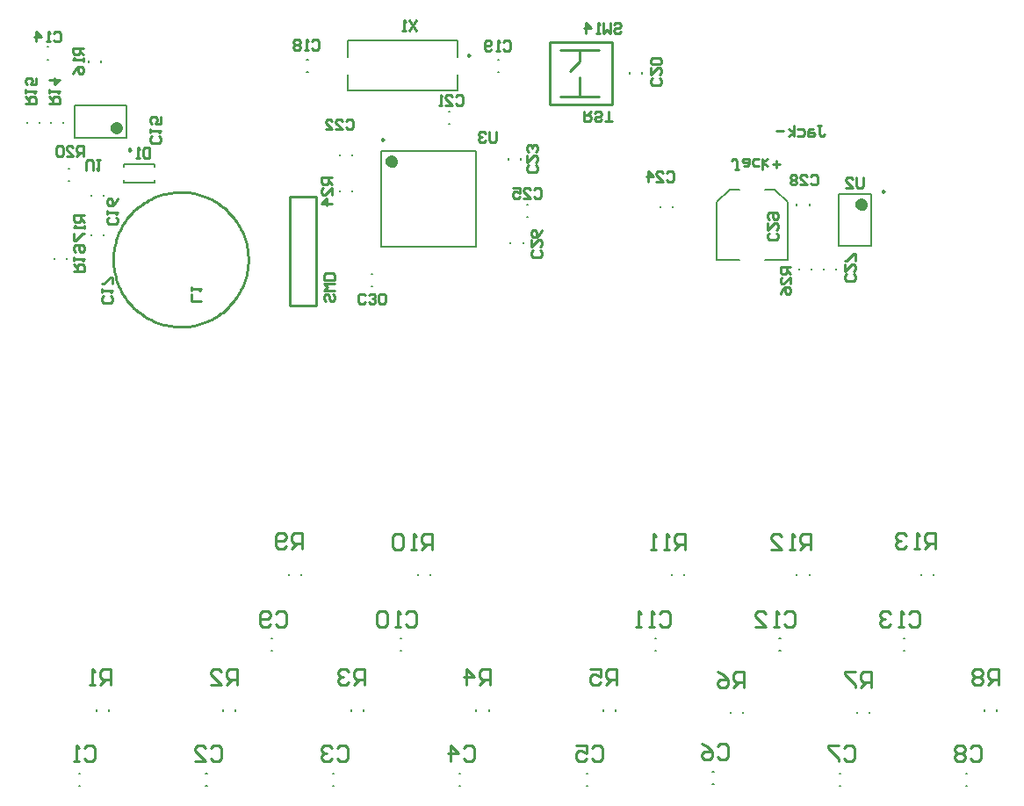
<source format=gbo>
G04 Layer_Color=32896*
%FSLAX25Y25*%
%MOIN*%
G70*
G01*
G75*
%ADD10C,0.01000*%
%ADD41C,0.00984*%
%ADD42C,0.02362*%
%ADD43C,0.00394*%
%ADD44C,0.00787*%
D10*
X289370Y263386D02*
X289351Y264384D01*
X289292Y265381D01*
X289195Y266375D01*
X289059Y267364D01*
X288884Y268348D01*
X288672Y269323D01*
X288421Y270290D01*
X288133Y271246D01*
X287808Y272190D01*
X287446Y273121D01*
X287048Y274037D01*
X286615Y274937D01*
X286147Y275819D01*
X285645Y276682D01*
X285109Y277525D01*
X284541Y278347D01*
X283942Y279145D01*
X283311Y279920D01*
X282651Y280669D01*
X281963Y281393D01*
X281246Y282088D01*
X280503Y282756D01*
X279735Y283393D01*
X278942Y284001D01*
X278126Y284577D01*
X277289Y285120D01*
X276430Y285631D01*
X275553Y286107D01*
X274657Y286549D01*
X273745Y286956D01*
X272818Y287327D01*
X271877Y287661D01*
X270924Y287959D01*
X269960Y288219D01*
X268986Y288441D01*
X268004Y288625D01*
X267017Y288771D01*
X266024Y288878D01*
X265027Y288946D01*
X264029Y288975D01*
X263031Y288965D01*
X262033Y288917D01*
X261038Y288829D01*
X260048Y288703D01*
X259063Y288538D01*
X258085Y288335D01*
X257116Y288094D01*
X256157Y287815D01*
X255210Y287499D01*
X254275Y287146D01*
X253356Y286757D01*
X252452Y286333D01*
X251565Y285873D01*
X250697Y285380D01*
X249849Y284852D01*
X249022Y284293D01*
X248217Y283701D01*
X247437Y283078D01*
X246681Y282426D01*
X245951Y281744D01*
X245248Y281034D01*
X244574Y280298D01*
X243929Y279536D01*
X243314Y278749D01*
X242730Y277939D01*
X242178Y277106D01*
X241659Y276253D01*
X241174Y275380D01*
X240723Y274489D01*
X240307Y273581D01*
X239928Y272658D01*
X239584Y271720D01*
X239277Y270770D01*
X239008Y269808D01*
X238776Y268837D01*
X238582Y267857D01*
X238427Y266870D01*
X238311Y265879D01*
X238233Y264883D01*
X238194Y263885D01*
Y262887D01*
X238233Y261889D01*
X238311Y260893D01*
X238427Y259901D01*
X238582Y258915D01*
X238776Y257935D01*
X239008Y256964D01*
X239277Y256002D01*
X239584Y255052D01*
X239928Y254114D01*
X240307Y253191D01*
X240723Y252283D01*
X241174Y251392D01*
X241659Y250519D01*
X242178Y249665D01*
X242730Y248833D01*
X243314Y248023D01*
X243929Y247236D01*
X244574Y246474D01*
X245248Y245737D01*
X245951Y245028D01*
X246681Y244346D01*
X247437Y243693D01*
X248217Y243071D01*
X249022Y242479D01*
X249849Y241919D01*
X250697Y241392D01*
X251565Y240898D01*
X252452Y240439D01*
X253356Y240015D01*
X254275Y239626D01*
X255210Y239273D01*
X256157Y238957D01*
X257116Y238678D01*
X258085Y238437D01*
X259063Y238234D01*
X260048Y238069D01*
X261038Y237943D01*
X262033Y237855D01*
X263030Y237806D01*
X264029Y237796D01*
X265027Y237826D01*
X266023Y237894D01*
X267016Y238001D01*
X268004Y238146D01*
X268986Y238331D01*
X269959Y238553D01*
X270924Y238813D01*
X271877Y239110D01*
X272818Y239445D01*
X273745Y239815D01*
X274657Y240222D01*
X275553Y240664D01*
X276430Y241141D01*
X277289Y241652D01*
X278126Y242195D01*
X278942Y242771D01*
X279735Y243378D01*
X280503Y244016D01*
X281246Y244683D01*
X281963Y245379D01*
X282651Y246102D01*
X283311Y246852D01*
X283942Y247626D01*
X284541Y248425D01*
X285109Y249246D01*
X285644Y250089D01*
X286147Y250953D01*
X286615Y251835D01*
X287048Y252734D01*
X287446Y253650D01*
X287808Y254581D01*
X288133Y255525D01*
X288421Y256482D01*
X288672Y257448D01*
X288884Y258424D01*
X289059Y259407D01*
X289195Y260397D01*
X289292Y261390D01*
X289351Y262387D01*
X289370Y263386D01*
X415059Y325197D02*
Y332579D01*
X411614Y335039D02*
X415059Y338484D01*
Y342913D01*
X407677Y325197D02*
X422441D01*
X407677Y342913D02*
X422441D01*
X403740Y322244D02*
Y345866D01*
Y322244D02*
X427362D01*
Y345866D01*
X403740D02*
X427362D01*
X305315Y245748D02*
X315158D01*
Y287087D01*
X305315D02*
X315158D01*
X305315Y245748D02*
Y287087D01*
X227027Y77781D02*
X228027Y78781D01*
X230026D01*
X231026Y77781D01*
Y73782D01*
X230026Y72783D01*
X228027D01*
X227027Y73782D01*
X225028Y72783D02*
X223029D01*
X224028D01*
Y78781D01*
X225028Y77781D01*
X275120Y77826D02*
X276120Y78826D01*
X278119D01*
X279119Y77826D01*
Y73827D01*
X278119Y72828D01*
X276120D01*
X275120Y73827D01*
X269123Y72828D02*
X273121D01*
X269123Y76826D01*
Y77826D01*
X270122Y78826D01*
X272122D01*
X273121Y77826D01*
X299801Y128998D02*
X300801Y129998D01*
X302800D01*
X303800Y128998D01*
Y125000D01*
X302800Y124000D01*
X300801D01*
X299801Y125000D01*
X297802D02*
X296802Y124000D01*
X294803D01*
X293803Y125000D01*
Y128998D01*
X294803Y129998D01*
X296802D01*
X297802Y128998D01*
Y127999D01*
X296802Y126999D01*
X293803D01*
X326567Y316028D02*
X327223Y316684D01*
X328535D01*
X329191Y316028D01*
Y313404D01*
X328535Y312748D01*
X327223D01*
X326567Y313404D01*
X322631Y312748D02*
X325255D01*
X322631Y315372D01*
Y316028D01*
X323287Y316684D01*
X324599D01*
X325255Y316028D01*
X318695Y312748D02*
X321319D01*
X318695Y315372D01*
Y316028D01*
X319351Y316684D01*
X320663D01*
X321319Y316028D01*
X323201Y77798D02*
X324201Y78798D01*
X326200D01*
X327200Y77798D01*
Y73800D01*
X326200Y72800D01*
X324201D01*
X323201Y73800D01*
X321202Y77798D02*
X320202Y78798D01*
X318203D01*
X317203Y77798D01*
Y76799D01*
X318203Y75799D01*
X319203D01*
X318203D01*
X317203Y74799D01*
Y73800D01*
X318203Y72800D01*
X320202D01*
X321202Y73800D01*
X349001Y128998D02*
X350001Y129998D01*
X352000D01*
X353000Y128998D01*
Y125000D01*
X352000Y124000D01*
X350001D01*
X349001Y125000D01*
X347002Y124000D02*
X345003D01*
X346002D01*
Y129998D01*
X347002Y128998D01*
X342004D02*
X341004Y129998D01*
X339004D01*
X338005Y128998D01*
Y125000D01*
X339004Y124000D01*
X341004D01*
X342004Y125000D01*
Y128998D01*
X313616Y346193D02*
X314272Y346849D01*
X315584D01*
X316240Y346193D01*
Y343569D01*
X315584Y342913D01*
X314272D01*
X313616Y343569D01*
X312304Y342913D02*
X310993D01*
X311649D01*
Y346849D01*
X312304Y346193D01*
X309025D02*
X308369Y346849D01*
X307057D01*
X306401Y346193D01*
Y345537D01*
X307057Y344881D01*
X306401Y344225D01*
Y343569D01*
X307057Y342913D01*
X308369D01*
X309025Y343569D01*
Y344225D01*
X308369Y344881D01*
X309025Y345537D01*
Y346193D01*
X308369Y344881D02*
X307057D01*
X333726Y247114D02*
X333070Y246458D01*
X331758D01*
X331102Y247114D01*
Y249738D01*
X331758Y250394D01*
X333070D01*
X333726Y249738D01*
X335038Y247114D02*
X335694Y246458D01*
X337006D01*
X337662Y247114D01*
Y247770D01*
X337006Y248426D01*
X336350D01*
X337006D01*
X337662Y249082D01*
Y249738D01*
X337006Y250394D01*
X335694D01*
X335038Y249738D01*
X338974Y247114D02*
X339630Y246458D01*
X340942D01*
X341598Y247114D01*
Y249738D01*
X340942Y250394D01*
X339630D01*
X338974Y249738D01*
Y247114D01*
X371301Y77798D02*
X372301Y78798D01*
X374300D01*
X375300Y77798D01*
Y73800D01*
X374300Y72800D01*
X372301D01*
X371301Y73800D01*
X366303Y72800D02*
Y78798D01*
X369302Y75799D01*
X365303D01*
X386254Y345799D02*
X386910Y346455D01*
X388222D01*
X388878Y345799D01*
Y343176D01*
X388222Y342520D01*
X386910D01*
X386254Y343176D01*
X384942Y342520D02*
X383630D01*
X384286D01*
Y346455D01*
X384942Y345799D01*
X381663Y343176D02*
X381007Y342520D01*
X379695D01*
X379039Y343176D01*
Y345799D01*
X379695Y346455D01*
X381007D01*
X381663Y345799D01*
Y345144D01*
X381007Y344488D01*
X379039D01*
X419701Y77746D02*
X420701Y78745D01*
X422700D01*
X423700Y77746D01*
Y73747D01*
X422700Y72747D01*
X420701D01*
X419701Y73747D01*
X413703Y78745D02*
X417702D01*
Y75746D01*
X415703Y76746D01*
X414703D01*
X413703Y75746D01*
Y73747D01*
X414703Y72747D01*
X416702D01*
X417702Y73747D01*
X445406Y332151D02*
X446062Y331495D01*
Y330184D01*
X445406Y329528D01*
X442782D01*
X442126Y330184D01*
Y331495D01*
X442782Y332151D01*
X442126Y336087D02*
Y333463D01*
X444750Y336087D01*
X445406D01*
X446062Y335431D01*
Y334119D01*
X445406Y333463D01*
Y337399D02*
X446062Y338055D01*
Y339367D01*
X445406Y340023D01*
X442782D01*
X442126Y339367D01*
Y338055D01*
X442782Y337399D01*
X445406D01*
X445479Y128920D02*
X446479Y129920D01*
X448478D01*
X449478Y128920D01*
Y124922D01*
X448478Y123922D01*
X446479D01*
X445479Y124922D01*
X443480Y123922D02*
X441480D01*
X442480D01*
Y129920D01*
X443480Y128920D01*
X438482Y123922D02*
X436482D01*
X437482D01*
Y129920D01*
X438482Y128920D01*
X467386Y78398D02*
X468385Y79398D01*
X470385D01*
X471384Y78398D01*
Y74400D01*
X470385Y73400D01*
X468385D01*
X467386Y74400D01*
X461388Y79398D02*
X463387Y78398D01*
X465386Y76399D01*
Y74400D01*
X464387Y73400D01*
X462387D01*
X461388Y74400D01*
Y75399D01*
X462387Y76399D01*
X465386D01*
X368242Y325327D02*
X368898Y325983D01*
X370210D01*
X370866Y325327D01*
Y322703D01*
X370210Y322047D01*
X368898D01*
X368242Y322703D01*
X364307Y322047D02*
X366930D01*
X364307Y324671D01*
Y325327D01*
X364963Y325983D01*
X366274D01*
X366930Y325327D01*
X362995Y322047D02*
X361683D01*
X362339D01*
Y325983D01*
X362995Y325327D01*
X492700Y128995D02*
X493699Y129995D01*
X495699D01*
X496698Y128995D01*
Y124996D01*
X495699Y123997D01*
X493699D01*
X492700Y124996D01*
X490700Y123997D02*
X488701D01*
X489701D01*
Y129995D01*
X490700Y128995D01*
X481703Y123997D02*
X485702D01*
X481703Y127996D01*
Y128995D01*
X482703Y129995D01*
X484702D01*
X485702Y128995D01*
X515501Y77830D02*
X516501Y78830D01*
X518500D01*
X519500Y77830D01*
Y73831D01*
X518500Y72831D01*
X516501D01*
X515501Y73831D01*
X513502Y78830D02*
X509503D01*
Y77830D01*
X513502Y73831D01*
Y72831D01*
X540001Y128998D02*
X541001Y129998D01*
X543000D01*
X544000Y128998D01*
Y125000D01*
X543000Y124000D01*
X541001D01*
X540001Y125000D01*
X538002Y124000D02*
X536003D01*
X537002D01*
Y129998D01*
X538002Y128998D01*
X533004D02*
X532004Y129998D01*
X530005D01*
X529005Y128998D01*
Y127999D01*
X530005Y126999D01*
X531004D01*
X530005D01*
X529005Y125999D01*
Y125000D01*
X530005Y124000D01*
X532004D01*
X533004Y125000D01*
X398555Y299080D02*
X399211Y298425D01*
Y297113D01*
X398555Y296457D01*
X395932D01*
X395276Y297113D01*
Y298425D01*
X395932Y299080D01*
X395276Y303016D02*
Y300392D01*
X397899Y303016D01*
X398555D01*
X399211Y302360D01*
Y301048D01*
X398555Y300392D01*
Y304328D02*
X399211Y304984D01*
Y306296D01*
X398555Y306952D01*
X397899D01*
X397243Y306296D01*
Y305640D01*
Y306296D01*
X396587Y306952D01*
X395932D01*
X395276Y306296D01*
Y304984D01*
X395932Y304328D01*
X400130Y266797D02*
X400786Y266141D01*
Y264829D01*
X400130Y264173D01*
X397506D01*
X396850Y264829D01*
Y266141D01*
X397506Y266797D01*
X396850Y270733D02*
Y268109D01*
X399474Y270733D01*
X400130D01*
X400786Y270077D01*
Y268765D01*
X400130Y268109D01*
X400786Y274669D02*
X400130Y273357D01*
X398818Y272045D01*
X397506D01*
X396850Y272701D01*
Y274013D01*
X397506Y274669D01*
X398162D01*
X398818Y274013D01*
Y272045D01*
X563601Y77798D02*
X564601Y78798D01*
X566600D01*
X567600Y77798D01*
Y73800D01*
X566600Y72800D01*
X564601D01*
X563601Y73800D01*
X561602Y77798D02*
X560602Y78798D01*
X558603D01*
X557603Y77798D01*
Y76799D01*
X558603Y75799D01*
X557603Y74799D01*
Y73800D01*
X558603Y72800D01*
X560602D01*
X561602Y73800D01*
Y74799D01*
X560602Y75799D01*
X561602Y76799D01*
Y77798D01*
X560602Y75799D02*
X558603D01*
X397770Y289894D02*
X398426Y290550D01*
X399738D01*
X400394Y289894D01*
Y287270D01*
X399738Y286614D01*
X398426D01*
X397770Y287270D01*
X393834Y286614D02*
X396458D01*
X393834Y289238D01*
Y289894D01*
X394490Y290550D01*
X395802D01*
X396458Y289894D01*
X389898Y290550D02*
X392522D01*
Y288582D01*
X391210Y289238D01*
X390554D01*
X389898Y288582D01*
Y287270D01*
X390554Y286614D01*
X391866D01*
X392522Y287270D01*
X237100Y101800D02*
Y107798D01*
X234101D01*
X233101Y106798D01*
Y104799D01*
X234101Y103799D01*
X237100D01*
X235101D02*
X233101Y101800D01*
X231102D02*
X229103D01*
X230102D01*
Y107798D01*
X231102Y106798D01*
X285098Y101808D02*
Y107806D01*
X282099D01*
X281100Y106806D01*
Y104807D01*
X282099Y103807D01*
X285098D01*
X283099D02*
X281100Y101808D01*
X275102D02*
X279100D01*
X275102Y105807D01*
Y106806D01*
X276101Y107806D01*
X278101D01*
X279100Y106806D01*
X309900Y153400D02*
Y159398D01*
X306901D01*
X305901Y158398D01*
Y156399D01*
X306901Y155399D01*
X309900D01*
X307901D02*
X305901Y153400D01*
X303902Y154400D02*
X302902Y153400D01*
X300903D01*
X299903Y154400D01*
Y158398D01*
X300903Y159398D01*
X302902D01*
X303902Y158398D01*
Y157399D01*
X302902Y156399D01*
X299903D01*
X333500Y101778D02*
Y107776D01*
X330501D01*
X329501Y106776D01*
Y104777D01*
X330501Y103777D01*
X333500D01*
X331501D02*
X329501Y101778D01*
X327502Y106776D02*
X326502Y107776D01*
X324503D01*
X323503Y106776D01*
Y105777D01*
X324503Y104777D01*
X325503D01*
X324503D01*
X323503Y103777D01*
Y102778D01*
X324503Y101778D01*
X326502D01*
X327502Y102778D01*
X321260Y294488D02*
X317324D01*
Y292520D01*
X317980Y291864D01*
X319292D01*
X319948Y292520D01*
Y294488D01*
Y293176D02*
X321260Y291864D01*
Y287929D02*
Y290552D01*
X318636Y287929D01*
X317980D01*
X317324Y288585D01*
Y289896D01*
X317980Y290552D01*
X321260Y284649D02*
X317324D01*
X319292Y286617D01*
Y283993D01*
X359100Y153392D02*
Y159390D01*
X356101D01*
X355101Y158390D01*
Y156391D01*
X356101Y155392D01*
X359100D01*
X357101D02*
X355101Y153392D01*
X353102D02*
X351103D01*
X352102D01*
Y159390D01*
X353102Y158390D01*
X348104D02*
X347104Y159390D01*
X345105D01*
X344105Y158390D01*
Y154392D01*
X345105Y153392D01*
X347104D01*
X348104Y154392D01*
Y158390D01*
X381163Y101836D02*
Y107834D01*
X378164D01*
X377164Y106835D01*
Y104835D01*
X378164Y103836D01*
X381163D01*
X379164D02*
X377164Y101836D01*
X372166D02*
Y107834D01*
X375165Y104835D01*
X371166D01*
X429200Y101773D02*
Y107771D01*
X426201D01*
X425201Y106772D01*
Y104772D01*
X426201Y103773D01*
X429200D01*
X427201D02*
X425201Y101773D01*
X419203Y107771D02*
X423202D01*
Y104772D01*
X421203Y105772D01*
X420203D01*
X419203Y104772D01*
Y102773D01*
X420203Y101773D01*
X422202D01*
X423202Y102773D01*
X455213Y153350D02*
Y159348D01*
X452214D01*
X451214Y158348D01*
Y156349D01*
X452214Y155349D01*
X455213D01*
X453213D02*
X451214Y153350D01*
X449215D02*
X447215D01*
X448215D01*
Y159348D01*
X449215Y158348D01*
X444216Y153350D02*
X442217D01*
X443217D01*
Y159348D01*
X444216Y158348D01*
X477606Y100894D02*
Y106893D01*
X474607D01*
X473608Y105893D01*
Y103893D01*
X474607Y102894D01*
X477606D01*
X475607D02*
X473608Y100894D01*
X467610Y106893D02*
X469609Y105893D01*
X471608Y103893D01*
Y101894D01*
X470609Y100894D01*
X468609D01*
X467610Y101894D01*
Y102894D01*
X468609Y103893D01*
X471608D01*
X502844Y153393D02*
Y159391D01*
X499845D01*
X498845Y158391D01*
Y156392D01*
X499845Y155392D01*
X502844D01*
X500845D02*
X498845Y153393D01*
X496846D02*
X494847D01*
X495846D01*
Y159391D01*
X496846Y158391D01*
X487849Y153393D02*
X491848D01*
X487849Y157392D01*
Y158391D01*
X488849Y159391D01*
X490848D01*
X491848Y158391D01*
X525700Y100925D02*
Y106923D01*
X522701D01*
X521701Y105924D01*
Y103924D01*
X522701Y102925D01*
X525700D01*
X523701D02*
X521701Y100925D01*
X519702Y106923D02*
X515703D01*
Y105924D01*
X519702Y101925D01*
Y100925D01*
X550038Y153417D02*
Y159415D01*
X547039D01*
X546039Y158416D01*
Y156416D01*
X547039Y155417D01*
X550038D01*
X548038D02*
X546039Y153417D01*
X544040D02*
X542040D01*
X543040D01*
Y159415D01*
X544040Y158416D01*
X539041D02*
X538042Y159415D01*
X536042D01*
X535043Y158416D01*
Y157416D01*
X536042Y156416D01*
X537042D01*
X536042D01*
X535043Y155417D01*
Y154417D01*
X536042Y153417D01*
X538042D01*
X539041Y154417D01*
X574100Y101800D02*
Y107798D01*
X571101D01*
X570101Y106798D01*
Y104799D01*
X571101Y103799D01*
X574100D01*
X572101D02*
X570101Y101800D01*
X568102Y106798D02*
X567102Y107798D01*
X565103D01*
X564103Y106798D01*
Y105799D01*
X565103Y104799D01*
X564103Y103799D01*
Y102800D01*
X565103Y101800D01*
X567102D01*
X568102Y102800D01*
Y103799D01*
X567102Y104799D01*
X568102Y105799D01*
Y106798D01*
X567102Y104799D02*
X565103D01*
X416929Y319685D02*
Y315749D01*
X418897D01*
X419553Y316405D01*
Y317717D01*
X418897Y318373D01*
X416929D01*
X418241D02*
X419553Y319685D01*
X423489Y316405D02*
X422833Y315749D01*
X421521D01*
X420865Y316405D01*
Y317061D01*
X421521Y317717D01*
X422833D01*
X423489Y318373D01*
Y319029D01*
X422833Y319685D01*
X421521D01*
X420865Y319029D01*
X424801Y315749D02*
X427424D01*
X426113D01*
Y319685D01*
X428139Y352611D02*
X428795Y353267D01*
X430107D01*
X430763Y352611D01*
Y351955D01*
X430107Y351299D01*
X428795D01*
X428139Y350643D01*
Y349987D01*
X428795Y349331D01*
X430107D01*
X430763Y349987D01*
X426827Y353267D02*
Y349331D01*
X425515Y350643D01*
X424203Y349331D01*
Y353267D01*
X422892Y349331D02*
X421580D01*
X422235D01*
Y353267D01*
X422892Y352611D01*
X417644Y349331D02*
Y353267D01*
X419612Y351299D01*
X416988D01*
X383465Y311810D02*
Y308530D01*
X382809Y307874D01*
X381497D01*
X380841Y308530D01*
Y311810D01*
X379529Y311154D02*
X378873Y311810D01*
X377561D01*
X376905Y311154D01*
Y310498D01*
X377561Y309842D01*
X378217D01*
X377561D01*
X376905Y309186D01*
Y308530D01*
X377561Y307874D01*
X378873D01*
X379529Y308530D01*
X353150Y354329D02*
X350526Y350394D01*
Y354329D02*
X353150Y350394D01*
X349214D02*
X347902D01*
X348558D01*
Y354329D01*
X349214Y353674D01*
X251969Y305904D02*
Y301969D01*
X250001D01*
X249345Y302625D01*
Y305248D01*
X250001Y305904D01*
X251969D01*
X248033Y301969D02*
X246721D01*
X247377D01*
Y305904D01*
X248033Y305248D01*
X215486Y349343D02*
X216142Y349999D01*
X217454D01*
X218110Y349343D01*
Y346719D01*
X217454Y346063D01*
X216142D01*
X215486Y346719D01*
X214175Y346063D02*
X212863D01*
X213519D01*
Y349999D01*
X214175Y349343D01*
X208927Y346063D02*
Y349999D01*
X210895Y348031D01*
X208271D01*
X255445Y310301D02*
X256101Y309645D01*
Y308333D01*
X255445Y307677D01*
X252821D01*
X252165Y308333D01*
Y309645D01*
X252821Y310301D01*
X252165Y311613D02*
Y312925D01*
Y312269D01*
X256101D01*
X255445Y311613D01*
X256101Y317516D02*
Y314893D01*
X254133D01*
X254789Y316205D01*
Y316861D01*
X254133Y317516D01*
X252821D01*
X252165Y316861D01*
Y315549D01*
X252821Y314893D01*
X239106Y279396D02*
X239762Y278740D01*
Y277428D01*
X239106Y276772D01*
X236483D01*
X235827Y277428D01*
Y278740D01*
X236483Y279396D01*
X235827Y280707D02*
Y282019D01*
Y281363D01*
X239762D01*
X239106Y280707D01*
X239762Y286611D02*
X239106Y285299D01*
X237795Y283987D01*
X236483D01*
X235827Y284643D01*
Y285955D01*
X236483Y286611D01*
X237139D01*
X237795Y285955D01*
Y283987D01*
X237138Y249474D02*
X237794Y248818D01*
Y247506D01*
X237138Y246850D01*
X234514D01*
X233858Y247506D01*
Y248818D01*
X234514Y249474D01*
X233858Y250786D02*
Y252098D01*
Y251442D01*
X237794D01*
X237138Y250786D01*
X237794Y254066D02*
Y256690D01*
X237138D01*
X234514Y254066D01*
X233858D01*
X227953Y297245D02*
Y300525D01*
X228609Y301181D01*
X229921D01*
X230577Y300525D01*
Y297245D01*
X231889Y301181D02*
X233200D01*
X232544D01*
Y297245D01*
X231889Y297901D01*
X271652Y247638D02*
X267716D01*
Y250262D01*
Y251574D02*
Y252886D01*
Y252229D01*
X271652D01*
X270996Y251574D01*
X213976Y322539D02*
X217912D01*
Y324507D01*
X217256Y325163D01*
X215944D01*
X215288Y324507D01*
Y322539D01*
Y323851D02*
X213976Y325163D01*
Y326475D02*
Y327787D01*
Y327131D01*
X217912D01*
X217256Y326475D01*
X213976Y331723D02*
X217912D01*
X215944Y329755D01*
Y332379D01*
X204921Y322539D02*
X208857D01*
Y324507D01*
X208201Y325163D01*
X206889D01*
X206233Y324507D01*
Y322539D01*
Y323851D02*
X204921Y325163D01*
Y326475D02*
Y327787D01*
Y327131D01*
X208857D01*
X208201Y326475D01*
X208857Y332379D02*
Y329755D01*
X206889D01*
X207545Y331067D01*
Y331723D01*
X206889Y332379D01*
X205577D01*
X204921Y331723D01*
Y330411D01*
X205577Y329755D01*
X226772Y343701D02*
X222836D01*
Y341733D01*
X223492Y341077D01*
X224804D01*
X225460Y341733D01*
Y343701D01*
Y342389D02*
X226772Y341077D01*
Y339765D02*
Y338453D01*
Y339109D01*
X222836D01*
X223492Y339765D01*
X222836Y333861D02*
X223492Y335173D01*
X224804Y336485D01*
X226116D01*
X226772Y335829D01*
Y334517D01*
X226116Y333861D01*
X225460D01*
X224804Y334517D01*
Y336485D01*
X227165Y280315D02*
X223230D01*
Y278347D01*
X223886Y277691D01*
X225198D01*
X225853Y278347D01*
Y280315D01*
Y279003D02*
X227165Y277691D01*
Y276379D02*
Y275067D01*
Y275723D01*
X223230D01*
X223886Y276379D01*
X223230Y273099D02*
Y270476D01*
X223886D01*
X226509Y273099D01*
X227165D01*
X223228Y259055D02*
X227164D01*
Y261023D01*
X226508Y261679D01*
X225196D01*
X224540Y261023D01*
Y259055D01*
Y260367D02*
X223228Y261679D01*
Y262991D02*
Y264303D01*
Y263647D01*
X227164D01*
X226508Y262991D01*
X223884Y266271D02*
X223228Y266927D01*
Y268238D01*
X223884Y268895D01*
X226508D01*
X227164Y268238D01*
Y266927D01*
X226508Y266271D01*
X225852D01*
X225196Y266927D01*
Y268895D01*
X226891Y302521D02*
Y306457D01*
X224923D01*
X224268Y305801D01*
Y304489D01*
X224923Y303833D01*
X226891D01*
X225579D02*
X224268Y302521D01*
X220332D02*
X222956D01*
X220332Y305145D01*
Y305801D01*
X220988Y306457D01*
X222300D01*
X222956Y305801D01*
X219020D02*
X218364Y306457D01*
X217052D01*
X216396Y305801D01*
Y303177D01*
X217052Y302521D01*
X218364D01*
X219020Y303177D01*
Y305801D01*
X321390Y250340D02*
X322046Y249684D01*
Y248373D01*
X321390Y247716D01*
X320734D01*
X320078Y248373D01*
Y249684D01*
X319422Y250340D01*
X318766D01*
X318110Y249684D01*
Y248373D01*
X318766Y247716D01*
X322046Y251652D02*
X318110D01*
X319422Y252964D01*
X318110Y254276D01*
X322046D01*
Y255588D02*
X318110D01*
Y257556D01*
X318766Y258212D01*
X321390D01*
X322046Y257556D01*
Y255588D01*
X519028Y257742D02*
X519684Y257086D01*
Y255774D01*
X519028Y255118D01*
X516404D01*
X515748Y255774D01*
Y257086D01*
X516404Y257742D01*
X515748Y261678D02*
Y259054D01*
X518372Y261678D01*
X519028D01*
X519684Y261022D01*
Y259710D01*
X519028Y259054D01*
X519684Y262990D02*
Y265613D01*
X519028D01*
X516404Y262990D01*
X515748D01*
X489894Y273392D02*
X490550Y272736D01*
Y271424D01*
X489894Y270768D01*
X487270D01*
X486614Y271424D01*
Y272736D01*
X487270Y273392D01*
X486614Y277327D02*
Y274704D01*
X489238Y277327D01*
X489894D01*
X490550Y276671D01*
Y275359D01*
X489894Y274704D01*
X487270Y278639D02*
X486614Y279295D01*
Y280607D01*
X487270Y281263D01*
X489894D01*
X490550Y280607D01*
Y279295D01*
X489894Y278639D01*
X489238D01*
X488582Y279295D01*
Y281263D01*
X475458Y297639D02*
X474147D01*
X474802D01*
Y300919D01*
X474147Y301575D01*
X473491D01*
X472835Y300919D01*
X477426Y298951D02*
X478738D01*
X479394Y299607D01*
Y301575D01*
X477426D01*
X476770Y300919D01*
X477426Y300263D01*
X479394D01*
X483330Y298951D02*
X481362D01*
X480706Y299607D01*
Y300919D01*
X481362Y301575D01*
X483330D01*
X484642D02*
Y297639D01*
Y300263D02*
X486610Y298951D01*
X484642Y300263D02*
X486610Y301575D01*
X488578Y299607D02*
X491201D01*
X489889Y298295D02*
Y300919D01*
X505644Y314172D02*
X506956D01*
X506300D01*
Y310892D01*
X506956Y310236D01*
X507612D01*
X508268Y310892D01*
X503676Y312860D02*
X502364D01*
X501708Y312204D01*
Y310236D01*
X503676D01*
X504332Y310892D01*
X503676Y311548D01*
X501708D01*
X497772Y312860D02*
X499740D01*
X500396Y312204D01*
Y310892D01*
X499740Y310236D01*
X497772D01*
X496460D02*
Y314172D01*
Y311548D02*
X494493Y312860D01*
X496460Y311548D02*
X494493Y310236D01*
X492525Y312204D02*
X489901D01*
X495276Y260630D02*
X491340D01*
Y258662D01*
X491996Y258006D01*
X493308D01*
X493964Y258662D01*
Y260630D01*
Y259318D02*
X495276Y258006D01*
Y254070D02*
Y256694D01*
X492652Y254070D01*
X491996D01*
X491340Y254726D01*
Y256038D01*
X491996Y256694D01*
X491340Y250135D02*
X491996Y251447D01*
X493308Y252758D01*
X494620D01*
X495276Y252102D01*
Y250791D01*
X494620Y250135D01*
X493964D01*
X493308Y250791D01*
Y252758D01*
X522835Y294487D02*
Y291207D01*
X522179Y290551D01*
X520867D01*
X520211Y291207D01*
Y294487D01*
X516275Y290551D02*
X518899D01*
X516275Y293175D01*
Y293831D01*
X516931Y294487D01*
X518243D01*
X518899Y293831D01*
X448264Y296306D02*
X448919Y296962D01*
X450231D01*
X450887Y296306D01*
Y293682D01*
X450231Y293026D01*
X448919D01*
X448264Y293682D01*
X444328Y293026D02*
X446952D01*
X444328Y295650D01*
Y296306D01*
X444984Y296962D01*
X446296D01*
X446952Y296306D01*
X441048Y293026D02*
Y296962D01*
X443016Y294994D01*
X440392D01*
X502888Y295012D02*
X503544Y295668D01*
X504856D01*
X505512Y295012D01*
Y292388D01*
X504856Y291732D01*
X503544D01*
X502888Y292388D01*
X498952Y291732D02*
X501576D01*
X498952Y294356D01*
Y295012D01*
X499608Y295668D01*
X500920D01*
X501576Y295012D01*
X497640D02*
X496984Y295668D01*
X495673D01*
X495016Y295012D01*
Y294356D01*
X495673Y293700D01*
X495016Y293044D01*
Y292388D01*
X495673Y291732D01*
X496984D01*
X497640Y292388D01*
Y293044D01*
X496984Y293700D01*
X497640Y294356D01*
Y295012D01*
X496984Y293700D02*
X495673D01*
D41*
X373622Y340945D02*
X372884Y341371D01*
Y340519D01*
X373622Y340945D01*
X340846Y308858D02*
X340108Y309284D01*
Y308432D01*
X340846Y308858D01*
X244803Y305020D02*
X244065Y305446D01*
Y304593D01*
X244803Y305020D01*
X530807Y289193D02*
X530069Y289619D01*
Y288767D01*
X530807Y289193D01*
D42*
X344882Y300590D02*
X344437Y301514D01*
X343438Y301742D01*
X342637Y301103D01*
Y300078D01*
X343438Y299439D01*
X344437Y299667D01*
X344882Y300590D01*
X240551Y313386D02*
X240107Y314309D01*
X239107Y314537D01*
X238306Y313898D01*
Y312873D01*
X239107Y312234D01*
X240107Y312462D01*
X240551Y313386D01*
X523228Y284252D02*
X522784Y285175D01*
X521784Y285403D01*
X520983Y284764D01*
Y283739D01*
X521784Y283101D01*
X522784Y283329D01*
X523228Y284252D01*
D43*
X256299Y298622D02*
D03*
D44*
X221063Y293307D02*
X221457D01*
X221063Y298031D02*
X221457D01*
X215748Y263583D02*
Y263976D01*
X220472Y263583D02*
Y263976D01*
X234646Y272638D02*
Y273032D01*
X229921Y272638D02*
Y273032D01*
X228740Y338386D02*
Y338779D01*
X233465Y338386D02*
Y338779D01*
X205512Y315158D02*
Y315551D01*
X210236Y315158D02*
Y315551D01*
X219291Y315158D02*
Y315551D01*
X214567Y315158D02*
Y315551D01*
X573622Y92028D02*
Y92421D01*
X568898Y92028D02*
Y92421D01*
X549606Y143602D02*
Y143996D01*
X544882Y143602D02*
Y143996D01*
X525197Y91142D02*
Y91535D01*
X520472Y91142D02*
Y91535D01*
X502362Y143602D02*
Y143996D01*
X497638Y143602D02*
Y143996D01*
X477165Y91142D02*
Y91535D01*
X472441Y91142D02*
Y91535D01*
X454724Y143602D02*
Y143996D01*
X450000Y143602D02*
Y143996D01*
X428740Y92028D02*
Y92421D01*
X424016Y92028D02*
Y92421D01*
X380709Y92028D02*
Y92421D01*
X375984Y92028D02*
Y92421D01*
X358661Y143602D02*
Y143996D01*
X353937Y143602D02*
Y143996D01*
X333071Y92028D02*
Y92421D01*
X328346Y92028D02*
Y92421D01*
X309449Y143602D02*
Y143996D01*
X304724Y143602D02*
Y143996D01*
X284646Y92028D02*
Y92421D01*
X279921Y92028D02*
Y92421D01*
X236614Y92028D02*
Y92421D01*
X231890Y92028D02*
Y92421D01*
X395079Y284252D02*
X395472D01*
X395079Y279528D02*
X395472D01*
X561811Y63583D02*
X562205D01*
X561811Y68307D02*
X562205D01*
X393701Y269488D02*
Y269882D01*
X388976Y269488D02*
Y269882D01*
X392913Y301378D02*
Y301772D01*
X388189Y301378D02*
Y301772D01*
X538189Y114764D02*
X538583D01*
X538189Y119488D02*
X538583D01*
X513723Y63583D02*
X514117D01*
X513723Y68307D02*
X514117D01*
X490945Y114764D02*
X491339D01*
X490945Y119488D02*
X491339D01*
X365551Y319685D02*
X365945D01*
X365551Y314961D02*
X365945D01*
X465636Y64173D02*
X466029D01*
X465636Y68898D02*
X466029D01*
X443701Y114764D02*
X444094D01*
X443701Y119488D02*
X444094D01*
X434252Y334055D02*
Y334449D01*
X438976Y334055D02*
Y334449D01*
X417913Y63583D02*
X418307D01*
X417913Y68307D02*
X418307D01*
X384055Y334646D02*
X384449D01*
X384055Y339370D02*
X384449D01*
X369460Y63583D02*
X369854D01*
X369460Y68307D02*
X369854D01*
X336024Y253150D02*
X336417D01*
X336024Y257874D02*
X336417D01*
X311614Y339370D02*
X312008D01*
X311614Y334646D02*
X312008D01*
X347244Y114764D02*
X347638D01*
X347244Y119488D02*
X347638D01*
X321372Y63583D02*
X321766D01*
X321372Y68307D02*
X321766D01*
X324016Y302953D02*
Y303346D01*
X328740Y302953D02*
Y303346D01*
X298031Y114764D02*
X298425D01*
X298031Y119488D02*
X298425D01*
X273285Y63583D02*
X273678D01*
X273285Y68307D02*
X273678D01*
X225197Y63583D02*
X225591D01*
X225197Y68307D02*
X225591D01*
X327165Y346457D02*
X368898D01*
X327165Y327559D02*
X368898D01*
Y340354D02*
Y346457D01*
X327165Y340354D02*
Y346457D01*
X368898Y327559D02*
Y333661D01*
X327165Y327559D02*
Y333661D01*
X375984Y268307D02*
Y304528D01*
X339764Y268307D02*
Y304528D01*
Y268307D02*
X375984D01*
X339764Y304528D02*
X375984D01*
X223622Y309449D02*
Y322047D01*
X243307Y309449D02*
Y322047D01*
X223622D02*
X243307D01*
X223622Y309449D02*
X243307D01*
X242323Y292717D02*
Y293504D01*
X253740Y292717D02*
Y293504D01*
X242323Y298622D02*
Y299409D01*
X253740Y298622D02*
Y299409D01*
X242323Y292717D02*
X253740D01*
X242323Y299409D02*
X253740D01*
X498425Y259646D02*
Y260039D01*
X503150Y259646D02*
Y260039D01*
X507874Y259646D02*
Y260039D01*
X512598Y259646D02*
Y260039D01*
X445669Y283268D02*
Y283661D01*
X450394Y283268D02*
Y283661D01*
X502362Y284055D02*
Y284449D01*
X497638Y284055D02*
Y284449D01*
X494095Y263287D02*
Y285187D01*
X485532Y263287D02*
X494095D01*
X467323D02*
X475886D01*
X467323D02*
Y285187D01*
X485532Y290059D02*
X489222D01*
X494095Y285187D01*
X467323D02*
X472195Y290059D01*
X475886D01*
X525984Y268504D02*
Y288189D01*
X513386Y268504D02*
Y288189D01*
X525984D01*
X513386Y268504D02*
X525984D01*
X213189Y344094D02*
X213583D01*
X213189Y339370D02*
X213583D01*
X234646Y287598D02*
Y287992D01*
X229921Y287598D02*
Y287992D01*
X324016Y289173D02*
Y289567D01*
X328740Y289173D02*
Y289567D01*
M02*

</source>
